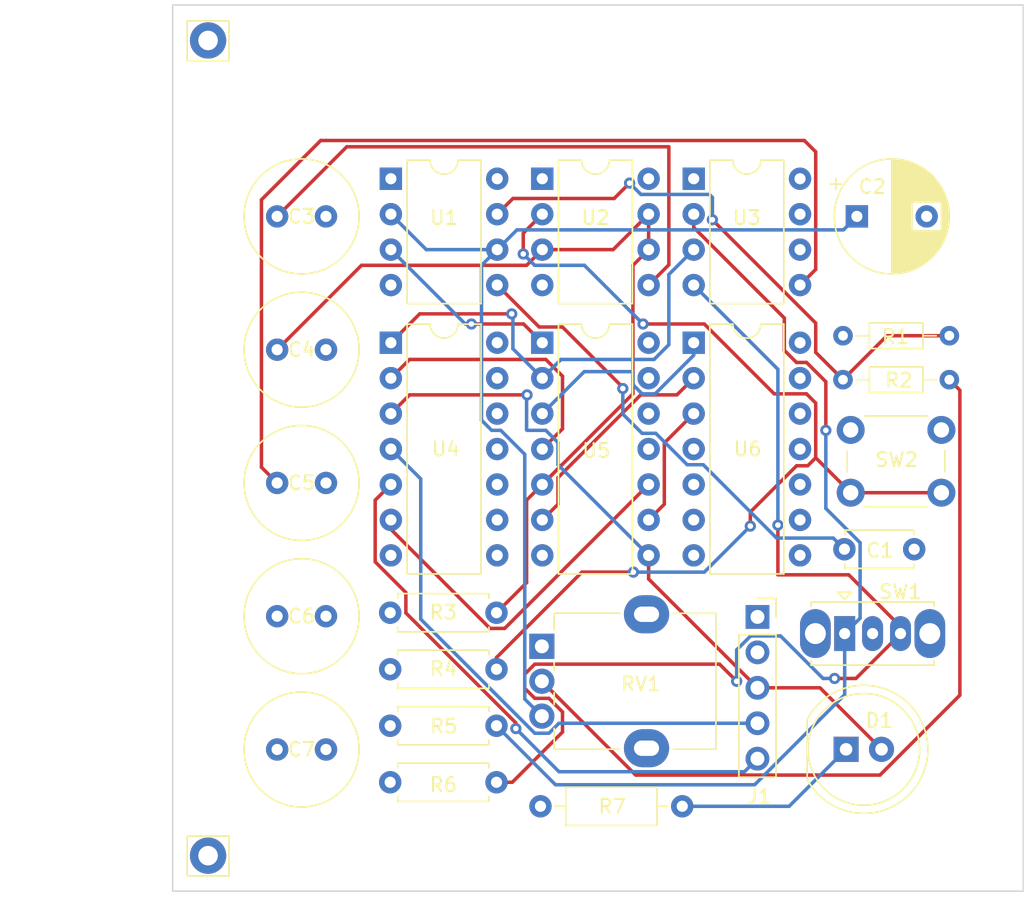
<source format=kicad_pcb>
(kicad_pcb (version 20221018) (generator pcbnew)
  (layers (0 "F.Cu" signal) (1 "In1.Cu" power) (2 "In2.Cu" power) (31 "B.Cu" signal) (34 "B.Paste" user) (35 "F.Paste" user) (36 "B.SilkS" user "B.Silkscreen") (37 "F.SilkS" user "F.Silkscreen") (38 "B.Mask" user) (39 "F.Mask" user) (44 "Edge.Cuts" user))
  (net 0 "")
  (net 1 "Net-(U1-CV)")
  (net 2 "GND")
  (net 3 "Net-(U1-THR)")
  (net 4 "Net-(U2-CV)")
  (net 5 "Net-(U2-DIS)")
  (net 6 "Net-(U3-CV)")
  (net 7 "+5V")
  (net 8 "Net-(D1-K)")
  (net 9 "CLK")
  (net 10 "!CLK")
  (net 11 "HLT")
  (net 12 "Net-(U1-DIS)")
  (net 13 "Net-(R2-Pad2)")
  (net 14 "Net-(U2-TR)")
  (net 15 "Net-(SW1-A)")
  (net 16 "Net-(SW1-C)")
  (net 18 "Net-(U1-Q)")
  (net 19 "Net-(U3-Q)")
  (net 21 "Net-(U4-Pad2)")
  (net 22 "Net-(U4-Pad6)")
  (net 29 "Net-(U5-Pad3)")
  (net 30 "Net-(U5-Pad6)")
  (net 31 "Net-(U5-Pad9)")
  (footprint "Resistor_THT:R_Axial_DIN0204_L3.6mm_D1.6mm_P7.62mm_Horizontal" (layer "F.Cu") (at 152.18 74.5)
    (fp_text reference "R1" (at 3.754719 0.077505) (layer "F.SilkS"))
    (fp_text value "1k")
    (pad "1" thru_hole circle (at 0 0) (size 1.4 1.4) (drill 0.7) (layers "*.Cu" "*.Mask") (net 7 "+5V"))
    (pad "2" thru_hole oval (at 7.62 0) (size 1.4 1.4) (drill 0.7) (layers "*.Cu" "*.Mask") (net 12 "Net-(U1-DIS)"))
  )
  (footprint "Capacitor_THT:C_Radial_D8.0mm_H7.0mm_P3.50mm" (layer "F.Cu") (at 111.63 104.15)
    (fp_text reference "C7" (at 1.75 0) (layer "F.SilkS"))
    (fp_text value "0.1uF" hide)
    (pad "1" thru_hole circle (at 0 0) (size 1.6 1.6) (drill 0.8) (layers "*.Cu" "*.Mask") (net 2 "GND"))
    (pad "2" thru_hole circle (at 3.5 0) (size 1.6 1.6) (drill 0.8) (layers "*.Cu" "*.Mask") (net 7 "+5V"))
  )
  (footprint "Connector_Pin:Pin_D1.4mm_L8.5mm_W2.8mm_FlatFork" (layer "F.Cu") (at 106.68 111.76)
    (fp_text reference "REF***" hide)
    (fp_text value "Pin_D1.4mm_L8.5mm_W2.8mm_FlatFork")
    (pad "1" thru_hole circle (at 0 0) (size 2.6 2.6) (drill 1.4) (layers "*.Cu" "*.Mask"))
  )
  (footprint "Package_DIP:DIP-8_W7.62mm" (layer "F.Cu") (at 141.48 63.25)
    (fp_text reference "U3" (at 3.81 2.79) (layer "F.SilkS"))
    (fp_text value "ICM7555xP")
    (pad "1" thru_hole rect (at 0 0) (size 1.6 1.6) (drill 0.8) (layers "*.Cu" "*.Mask") (net 2 "GND"))
    (pad "2" thru_hole oval (at 0 2.54) (size 1.6 1.6) (drill 0.8) (layers "*.Cu" "*.Mask") (net 15 "Net-(SW1-A)"))
    (pad "3" thru_hole oval (at 0 5.08) (size 1.6 1.6) (drill 0.8) (layers "*.Cu" "*.Mask") (net 19 "Net-(U3-Q)"))
    (pad "4" thru_hole oval (at 0 7.62) (size 1.6 1.6) (drill 0.8) (layers "*.Cu" "*.Mask") (net 16 "Net-(SW1-C)"))
    (pad "5" thru_hole oval (at 7.62 7.62) (size 1.6 1.6) (drill 0.8) (layers "*.Cu" "*.Mask") (net 6 "Net-(U3-CV)"))
    (pad "6" thru_hole oval (at 7.62 5.08) (size 1.6 1.6) (drill 0.8) (layers "*.Cu" "*.Mask") (net 2 "GND"))
    (pad "7" thru_hole oval (at 7.62 2.54) (size 1.6 1.6) (drill 0.8) (layers "*.Cu" "*.Mask"))
    (pad "8" thru_hole oval (at 7.62 0) (size 1.6 1.6) (drill 0.8) (layers "*.Cu" "*.Mask") (net 7 "+5V"))
  )
  (footprint "Capacitor_THT:CP_Radial_D8.0mm_P5.00mm" (layer "F.Cu") (at 153.174698 65.95)
    (fp_text reference "C2" (at 1.096859 -2.130228) (layer "F.SilkS"))
    (fp_text value "1uF")
    (pad "1" thru_hole rect (at 0 0) (size 1.6 1.6) (drill 0.8) (layers "*.Cu" "*.Mask") (net 3 "Net-(U1-THR)"))
    (pad "2" thru_hole circle (at 5 0) (size 1.6 1.6) (drill 0.8) (layers "*.Cu" "*.Mask") (net 2 "GND"))
  )
  (footprint "Resistor_THT:R_Axial_DIN0207_L6.3mm_D2.5mm_P7.62mm_Horizontal" (layer "F.Cu") (at 119.73 102.45)
    (fp_text reference "R5" (at 3.842033 0.03613) (layer "F.SilkS"))
    (fp_text value "1k")
    (pad "1" thru_hole circle (at 0 0) (size 1.6 1.6) (drill 0.8) (layers "*.Cu" "*.Mask") (net 7 "+5V"))
    (pad "2" thru_hole oval (at 7.62 0) (size 1.6 1.6) (drill 0.8) (layers "*.Cu" "*.Mask") (net 15 "Net-(SW1-A)"))
  )
  (footprint "Package_DIP:DIP-14_W7.62mm" (layer "F.Cu") (at 130.63 75)
    (fp_text reference "U5" (at 3.8707 7.734374) (layer "F.SilkS"))
    (fp_text value "74LS08")
    (pad "1" thru_hole rect (at 0 0) (size 1.6 1.6) (drill 0.8) (layers "*.Cu" "*.Mask") (net 18 "Net-(U1-Q)"))
    (pad "2" thru_hole oval (at 0 2.54) (size 1.6 1.6) (drill 0.8) (layers "*.Cu" "*.Mask") (net 19 "Net-(U3-Q)"))
    (pad "3" thru_hole oval (at 0 5.08) (size 1.6 1.6) (drill 0.8) (layers "*.Cu" "*.Mask") (net 29 "Net-(U5-Pad3)"))
    (pad "4" thru_hole oval (at 0 7.62) (size 1.6 1.6) (drill 0.8) (layers "*.Cu" "*.Mask") (net 21 "Net-(U4-Pad2)"))
    (pad "5" thru_hole oval (at 0 10.16) (size 1.6 1.6) (drill 0.8) (layers "*.Cu" "*.Mask") (net 5 "Net-(U2-DIS)"))
    (pad "6" thru_hole oval (at 0 12.7) (size 1.6 1.6) (drill 0.8) (layers "*.Cu" "*.Mask") (net 30 "Net-(U5-Pad6)"))
    (pad "7" thru_hole oval (at 0 15.24) (size 1.6 1.6) (drill 0.8) (layers "*.Cu" "*.Mask") (net 2 "GND"))
    (pad "8" thru_hole oval (at 7.62 15.24) (size 1.6 1.6) (drill 0.8) (layers "*.Cu" "*.Mask") (net 9 "CLK"))
    (pad "9" thru_hole oval (at 7.62 12.7) (size 1.6 1.6) (drill 0.8) (layers "*.Cu" "*.Mask") (net 31 "Net-(U5-Pad9)"))
    (pad "10" thru_hole oval (at 7.62 10.16) (size 1.6 1.6) (drill 0.8) (layers "*.Cu" "*.Mask") (net 22 "Net-(U4-Pad6)"))
    (pad "11" thru_hole oval (at 7.62 7.62) (size 1.6 1.6) (drill 0.8) (layers "*.Cu" "*.Mask"))
    (pad "12" thru_hole oval (at 7.62 5.08) (size 1.6 1.6) (drill 0.8) (layers "*.Cu" "*.Mask"))
    (pad "13" thru_hole oval (at 7.62 2.54) (size 1.6 1.6) (drill 0.8) (layers "*.Cu" "*.Mask"))
    (pad "14" thru_hole oval (at 7.62 0) (size 1.6 1.6) (drill 0.8) (layers "*.Cu" "*.Mask") (net 7 "+5V"))
  )
  (footprint "Package_DIP:DIP-8_W7.62mm" (layer "F.Cu") (at 130.63 63.25)
    (fp_text reference "U2" (at 3.81 2.79) (layer "F.SilkS"))
    (fp_text value "ICM7555xP")
    (pad "1" thru_hole rect (at 0 0) (size 1.6 1.6) (drill 0.8) (layers "*.Cu" "*.Mask") (net 2 "GND"))
    (pad "2" thru_hole oval (at 0 2.54) (size 1.6 1.6) (drill 0.8) (layers "*.Cu" "*.Mask") (net 14 "Net-(U2-TR)"))
    (pad "3" thru_hole oval (at 0 5.08) (size 1.6 1.6) (drill 0.8) (layers "*.Cu" "*.Mask") (net 5 "Net-(U2-DIS)"))
    (pad "4" thru_hole oval (at 0 7.62) (size 1.6 1.6) (drill 0.8) (layers "*.Cu" "*.Mask") (net 7 "+5V"))
    (pad "5" thru_hole oval (at 7.62 7.62) (size 1.6 1.6) (drill 0.8) (layers "*.Cu" "*.Mask") (net 4 "Net-(U2-CV)"))
    (pad "6" thru_hole oval (at 7.62 5.08) (size 1.6 1.6) (drill 0.8) (layers "*.Cu" "*.Mask") (net 5 "Net-(U2-DIS)"))
    (pad "7" thru_hole oval (at 7.62 2.54) (size 1.6 1.6) (drill 0.8) (layers "*.Cu" "*.Mask") (net 5 "Net-(U2-DIS)"))
    (pad "8" thru_hole oval (at 7.62 0) (size 1.6 1.6) (drill 0.8) (layers "*.Cu" "*.Mask") (net 7 "+5V"))
  )
  (footprint "Capacitor_THT:C_Radial_D8.0mm_H7.0mm_P3.50mm" (layer "F.Cu") (at 111.63 94.6)
    (fp_text reference "C6" (at 1.75 0) (layer "F.SilkS"))
    (fp_text value "0.1uF")
    (pad "1" thru_hole circle (at 0 0) (size 1.6 1.6) (drill 0.8) (layers "*.Cu" "*.Mask") (net 7 "+5V"))
    (pad "2" thru_hole circle (at 3.5 0) (size 1.6 1.6) (drill 0.8) (layers "*.Cu" "*.Mask") (net 2 "GND"))
  )
  (footprint "Resistor_THT:R_Axial_DIN0207_L6.3mm_D2.5mm_P7.62mm_Horizontal" (layer "F.Cu") (at 119.73 94.35)
    (fp_text reference "R3" (at 3.799588 -0.027978) (layer "F.SilkS"))
    (fp_text value "1M")
    (pad "1" thru_hole circle (at 0 0) (size 1.6 1.6) (drill 0.8) (layers "*.Cu" "*.Mask") (net 7 "+5V"))
    (pad "2" thru_hole oval (at 7.62 0) (size 1.6 1.6) (drill 0.8) (layers "*.Cu" "*.Mask") (net 5 "Net-(U2-DIS)"))
  )
  (footprint "Package_DIP:DIP-14_W7.62mm" (layer "F.Cu") (at 141.48 75)
    (fp_text reference "U6" (at 3.867445 7.617112) (layer "F.SilkS"))
    (fp_text value "74LS32")
    (pad "1" thru_hole rect (at 0 0) (size 1.6 1.6) (drill 0.8) (layers "*.Cu" "*.Mask") (net 29 "Net-(U5-Pad3)"))
    (pad "2" thru_hole oval (at 0 2.54) (size 1.6 1.6) (drill 0.8) (layers "*.Cu" "*.Mask") (net 30 "Net-(U5-Pad6)"))
    (pad "3" thru_hole oval (at 0 5.08) (size 1.6 1.6) (drill 0.8) (layers "*.Cu" "*.Mask") (net 31 "Net-(U5-Pad9)"))
    (pad "4" thru_hole oval (at 0 7.62) (size 1.6 1.6) (drill 0.8) (layers "*.Cu" "*.Mask"))
    (pad "5" thru_hole oval (at 0 10.16) (size 1.6 1.6) (drill 0.8) (layers "*.Cu" "*.Mask"))
    (pad "6" thru_hole oval (at 0 12.7) (size 1.6 1.6) (drill 0.8) (layers "*.Cu" "*.Mask"))
    (pad "7" thru_hole oval (at 0 15.24) (size 1.6 1.6) (drill 0.8) (layers "*.Cu" "*.Mask") (net 2 "GND"))
    (pad "8" thru_hole oval (at 7.62 15.24) (size 1.6 1.6) (drill 0.8) (layers "*.Cu" "*.Mask"))
    (pad "9" thru_hole oval (at 7.62 12.7) (size 1.6 1.6) (drill 0.8) (layers "*.Cu" "*.Mask"))
    (pad "10" thru_hole oval (at 7.62 10.16) (size 1.6 1.6) (drill 0.8) (layers "*.Cu" "*.Mask"))
    (pad "11" thru_hole oval (at 7.62 7.62) (size 1.6 1.6) (drill 0.8) (layers "*.Cu" "*.Mask"))
    (pad "12" thru_hole oval (at 7.62 5.08) (size 1.6 1.6) (drill 0.8) (layers "*.Cu" "*.Mask"))
    (pad "13" thru_hole oval (at 7.62 2.54) (size 1.6 1.6) (drill 0.8) (layers "*.Cu" "*.Mask"))
    (pad "14" thru_hole oval (at 7.62 0) (size 1.6 1.6) (drill 0.8) (layers "*.Cu" "*.Mask") (net 7 "+5V"))
  )
  (footprint "Capacitor_THT:C_Radial_D8.0mm_H7.0mm_P3.50mm" (layer "F.Cu") (at 111.63 75.5)
    (fp_text reference "C4" (at 1.75 0) (layer "F.SilkS"))
    (fp_text value "0.1uF")
    (pad "1" thru_hole circle (at 0 0) (size 1.6 1.6) (drill 0.8) (layers "*.Cu" "*.Mask") (net 5 "Net-(U2-DIS)"))
    (pad "2" thru_hole circle (at 3.5 0) (size 1.6 1.6) (drill 0.8) (layers "*.Cu" "*.Mask") (net 2 "GND"))
  )
  (footprint "Resistor_THT:R_Axial_DIN0207_L6.3mm_D2.5mm_P7.62mm_Horizontal" (layer "F.Cu") (at 119.73 98.4)
    (fp_text reference "R4" (at 3.829609 -0.025134) (layer "F.SilkS"))
    (fp_text value "1k")
    (pad "1" thru_hole circle (at 0 0) (size 1.6 1.6) (drill 0.8) (layers "*.Cu" "*.Mask") (net 7 "+5V"))
    (pad "2" thru_hole oval (at 7.62 0) (size 1.6 1.6) (drill 0.8) (layers "*.Cu" "*.Mask") (net 14 "Net-(U2-TR)"))
  )
  (footprint "Button_Switch_THT:SW_PUSH_6mm_H7.3mm" (layer "F.Cu") (at 152.73 81.25)
    (fp_text reference "SW2" (at 3.28785 2.139362) (layer "F.SilkS"))
    (fp_text value "SW_DIP_x01")
    (pad "1" thru_hole circle (at 0 0 90) (size 2 2) (drill 1.1) (layers "*.Cu" "*.Mask") (net 2 "GND"))
    (pad "1" thru_hole circle (at 6.5 0 90) (size 2 2) (drill 1.1) (layers "*.Cu" "*.Mask") (net 2 "GND"))
    (pad "2" thru_hole circle (at 0 4.5 90) (size 2 2) (drill 1.1) (layers "*.Cu" "*.Mask") (net 14 "Net-(U2-TR)"))
    (pad "2" thru_hole circle (at 6.5 4.5 90) (size 2 2) (drill 1.1) (layers "*.Cu" "*.Mask") (net 14 "Net-(U2-TR)"))
  )
  (footprint "Potentiometer_THT:Potentiometer_Alpha_RD901F-40-00D_Single_Vertical" (layer "F.Cu") (at 130.6 96.76)
    (fp_text reference "RV1" (at 7.085312 2.697039 180) (layer "F.SilkS"))
    (fp_text value "R_Potentiometer")
    (pad "" thru_hole oval (at 7.5 -2.3 90) (size 2.72 3.24) (drill oval 1.1 1.8) (layers "*.Cu" "*.Mask"))
    (pad "" thru_hole oval (at 7.5 7.3 90) (size 2.72 3.24) (drill oval 1.1 1.8) (layers "*.Cu" "*.Mask"))
    (pad "1" thru_hole rect (at 0 0 90) (size 1.8 1.8) (drill 1) (layers "*.Cu" "*.Mask"))
    (pad "2" thru_hole circle (at 0 2.5 90) (size 1.8 1.8) (drill 1) (layers "*.Cu" "*.Mask") (net 13 "Net-(R2-Pad2)"))
    (pad "3" thru_hole circle (at 0 5 90) (size 1.8 1.8) (drill 1) (layers "*.Cu" "*.Mask") (net 3 "Net-(U1-THR)"))
  )
  (footprint "Connector_Pin:Pin_D1.4mm_L8.5mm_W2.8mm_FlatFork" (layer "F.Cu") (at 106.68 53.34)
    (fp_text reference "REF**" hide)
    (fp_text value "Pin_D1.4mm_L8.5mm_W2.8mm_FlatFork")
    (pad "1" thru_hole circle (at 0 0) (size 2.6 2.6) (drill 1.4) (layers "*.Cu" "*.Mask"))
  )
  (footprint "LED_THT:LED_D8.0mm" (layer "F.Cu") (at 152.4 104.14)
    (fp_text reference "D1" (at 2.373045 -2.070823) (layer "F.SilkS"))
    (fp_text value "BLUE")
    (pad "1" thru_hole rect (at 0 0) (size 1.8 1.8) (drill 0.9) (layers "*.Cu" "*.Mask") (net 8 "Net-(D1-K)"))
    (pad "2" thru_hole circle (at 2.54 0) (size 1.8 1.8) (drill 0.9) (layers "*.Cu" "*.Mask") (net 9 "CLK"))
  )
  (footprint "Capacitor_THT:C_Radial_D8.0mm_H7.0mm_P3.50mm" (layer "F.Cu") (at 111.63 65.95)
    (fp_text reference "C3" (at 1.75 0) (layer "F.SilkS"))
    (fp_text value "0.01uF")
    (pad "1" thru_hole circle (at 0 0) (size 1.6 1.6) (drill 0.8) (layers "*.Cu" "*.Mask") (net 4 "Net-(U2-CV)"))
    (pad "2" thru_hole circle (at 3.5 0) (size 1.6 1.6) (drill 0.8) (layers "*.Cu" "*.Mask") (net 2 "GND"))
  )
  (footprint "Connector_PinSocket_2.54mm:PinSocket_1x05_P2.54mm_Vertical" (layer "F.Cu") (at 146.05 94.65)
    (fp_text reference "J1" (at 0.124759 12.86113) (layer "F.SilkS"))
    (fp_text value "Conn_01x05_Pin")
    (pad "1" thru_hole rect (at 0 0) (size 1.7 1.7) (drill 1) (layers "*.Cu" "*.Mask") (net 7 "+5V"))
    (pad "2" thru_hole oval (at 0 2.54) (size 1.7 1.7) (drill 1) (layers "*.Cu" "*.Mask") (net 2 "GND"))
    (pad "3" thru_hole oval (at 0 5.08) (size 1.7 1.7) (drill 1) (layers "*.Cu" "*.Mask") (net 9 "CLK"))
    (pad "4" thru_hole oval (at 0 7.62) (size 1.7 1.7) (drill 1) (layers "*.Cu" "*.Mask") (net 10 "!CLK"))
    (pad "5" thru_hole oval (at 0 10.16) (size 1.7 1.7) (drill 1) (layers "*.Cu" "*.Mask") (net 11 "HLT"))
  )
  (footprint "Resistor_THT:R_Axial_DIN0207_L6.3mm_D2.5mm_P7.62mm_Horizontal" (layer "F.Cu") (at 119.73 106.5)
    (fp_text reference "R6" (at 3.81 0.18) (layer "F.SilkS"))
    (fp_text value "1k")
    (pad "1" thru_hole circle (at 0 0) (size 1.6 1.6) (drill 0.8) (layers "*.Cu" "*.Mask") (net 7 "+5V"))
    (pad "2" thru_hole oval (at 7.62 0) (size 1.6 1.6) (drill 0.8) (layers "*.Cu" "*.Mask") (net 16 "Net-(SW1-C)"))
  )
  (footprint "Resistor_THT:R_Axial_DIN0207_L6.3mm_D2.5mm_P10.16mm_Horizontal" (layer "F.Cu") (at 130.5 108.22)
    (fp_text reference "R7" (at 5.135696 0.010806) (layer "F.SilkS"))
    (fp_text value "200")
    (pad "1" thru_hole circle (at 0 0) (size 1.6 1.6) (drill 0.8) (layers "*.Cu" "*.Mask") (net 2 "GND"))
    (pad "2" thru_hole oval (at 10.16 0) (size 1.6 1.6) (drill 0.8) (layers "*.Cu" "*.Mask") (net 8 "Net-(D1-K)"))
  )
  (footprint "Button_Switch_THT:SW_Slide_1P2T_CK_OS102011MS2Q" (layer "F.Cu") (at 152.3 95.845)
    (fp_text reference "SW1" (at 3.99 -2.99) (layer "F.SilkS"))
    (fp_text value "SW_SPDT")
    (pad "" thru_hole oval (at -2.1 0) (size 2.2 3.5) (drill 1.5) (layers "*.Cu" "*.Mask"))
    (pad "" thru_hole oval (at 6.1 0) (size 2.2 3.5) (drill 1.5) (layers "*.Cu" "*.Mask"))
    (pad "1" thru_hole rect (at 0 0) (size 1.5 2.5) (drill 0.8) (layers "*.Cu" "*.Mask") (net 15 "Net-(SW1-A)"))
    (pad "2" thru_hole oval (at 2 0) (size 1.5 2.5) (drill 0.8) (layers "*.Cu" "*.Mask") (net 2 "GND"))
    (pad "3" thru_hole oval (at 4 0) (size 1.5 2.5) (drill 0.8) (layers "*.Cu" "*.Mask") (net 16 "Net-(SW1-C)"))
  )
  (footprint "Package_DIP:DIP-8_W7.62mm" (layer "F.Cu") (at 119.78 63.25)
    (fp_text reference "U1" (at 3.81 2.79) (layer "F.SilkS"))
    (fp_text value "ICM7555xP")
    (pad "1" thru_hole rect (at 0 0) (size 1.6 1.6) (drill 0.8) (layers "*.Cu" "*.Mask") (net 2 "GND"))
    (pad "2" thru_hole oval (at 0 2.54) (size 1.6 1.6) (drill 0.8) (layers "*.Cu" "*.Mask") (net 3 "Net-(U1-THR)"))
    (pad "3" thru_hole oval (at 0 5.08) (size 1.6 1.6) (drill 0.8) (layers "*.Cu" "*.Mask") (net 18 "Net-(U1-Q)"))
    (pad "4" thru_hole oval (at 0 7.62) (size 1.6 1.6) (drill 0.8) (layers "*.Cu" "*.Mask") (net 7 "+5V"))
    (pad "5" thru_hole oval (at 7.62 7.62) (size 1.6 1.6) (drill 0.8) (layers "*.Cu" "*.Mask") (net 1 "Net-(U1-CV)"))
    (pad "6" thru_hole oval (at 7.62 5.08) (size 1.6 1.6) (drill 0.8) (layers "*.Cu" "*.Mask") (net 3 "Net-(U1-THR)"))
    (pad "7" thru_hole oval (at 7.62 2.54) (size 1.6 1.6) (drill 0.8) (layers "*.Cu" "*.Mask") (net 12 "Net-(U1-DIS)"))
    (pad "8" thru_hole oval (at 7.62 0) (size 1.6 1.6) (drill 0.8) (layers "*.Cu" "*.Mask") (net 7 "+5V"))
  )
  (footprint "Resistor_THT:R_Axial_DIN0204_L3.6mm_D1.6mm_P7.62mm_Horizontal" (layer "F.Cu") (at 152.18 77.65)
    (fp_text reference "R2" (at 4.004111 0.044907) (layer "F.SilkS"))
    (fp_text value "1k")
    (pad "1" thru_hole circle (at 0 0) (size 1.4 1.4) (drill 0.7) (layers "*.Cu" "*.Mask") (net 12 "Net-(U1-DIS)"))
    (pad "2" thru_hole oval (at 7.62 0) (size 1.4 1.4) (drill 0.7) (layers "*.Cu" "*.Mask") (net 13 "Net-(R2-Pad2)"))
  )
  (footprint "Package_DIP:DIP-14_W7.62mm" (layer "F.Cu") (at 119.78 75)
    (fp_text reference "U4" (at 3.932587 7.617112) (layer "F.SilkS"))
    (fp_text value "74LS04")
    (pad "1" thru_hole rect (at 0 0) (size 1.6 1.6) (drill 0.8) (layers "*.Cu" "*.Mask") (net 19 "Net-(U3-Q)"))
    (pad "2" thru_hole oval (at 0 2.54) (size 1.6 1.6) (drill 0.8) (layers "*.Cu" "*.Mask") (net 21 "Net-(U4-Pad2)"))
    (pad "3" thru_hole oval (at 0 5.08) (size 1.6 1.6) (drill 0.8) (layers "*.Cu" "*.Mask") (net 9 "CLK"))
    (pad "4" thru_hole oval (at 0 7.62) (size 1.6 1.6) (drill 0.8) (layers "*.Cu" "*.Mask") (net 10 "!CLK"))
    (pad "5" thru_hole oval (at 0 10.16) (size 1.6 1.6) (drill 0.8) (layers "*.Cu" "*.Mask") (net 11 "HLT"))
    (pad "6" thru_hole oval (at 0 12.7) (size 1.6 1.6) (drill 0.8) (layers "*.Cu" "*.Mask") (net 22 "Net-(U4-Pad6)"))
    (pad "7" thru_hole oval (at 0 15.24) (size 1.6 1.6) (drill 0.8) (layers "*.Cu" "*.Mask") (net 2 "GND"))
    (pad "8" thru_hole oval (at 7.62 15.24) (size 1.6 1.6) (drill 0.8) (layers "*.Cu" "*.Mask"))
    (pad "9" thru_hole oval (at 7.62 12.7) (size 1.6 1.6) (drill 0.8) (layers "*.Cu" "*.Mask"))
    (pad "10" thru_hole oval (at 7.62 10.16) (size 1.6 1.6) (drill 0.8) (layers "*.Cu" "*.Mask"))
    (pad "11" thru_hole oval (at 7.62 7.62) (size 1.6 1.6) (drill 0.8) (layers "*.Cu" "*.Mask"))
    (pad "12" thru_hole oval (at 7.62 5.08) (size 1.6 1.6) (drill 0.8) (layers "*.Cu" "*.Mask"))
    (pad "13" thru_hole oval (at 7.62 2.54) (size 1.6 1.6) (drill 0.8) (layers "*.Cu" "*.Mask"))
    (pad "14" thru_hole oval (at 7.62 0) (size 1.6 1.6) (drill 0.8) (layers "*.Cu" "*.Mask") (net 7 "+5V"))
  )
  (footprint "Capacitor_THT:C_Radial_D8.0mm_H7.0mm_P3.50mm" (layer "F.Cu") (at 111.63 85.05)
    (fp_text reference "C5" (at 1.75 0) (layer "F.SilkS"))
    (fp_text value "0.1uF")
    (pad "1" thru_hole circle (at 0 0) (size 1.6 1.6) (drill 0.8) (layers "*.Cu" "*.Mask") (net 6 "Net-(U3-CV)"))
    (pad "2" thru_hole circle (at 3.5 0) (size 1.6 1.6) (drill 0.8) (layers "*.Cu" "*.Mask") (net 2 "GND"))
  )
  (footprint "Capacitor_THT:C_Disc_D4.7mm_W2.5mm_P5.00mm" (layer "F.Cu") (at 152.28 89.8)
    (fp_text reference "C1" (at 2.547465 0.079202) (layer "F.SilkS"))
    (fp_text value "0.01uF")
    (pad "1" thru_hole circle (at 0 0) (size 1.6 1.6) (drill 0.8) (layers "*.Cu" "*.Mask") (net 1 "Net-(U1-CV)"))
    (pad "2" thru_hole circle (at 5 0) (size 1.6 1.6) (drill 0.8) (layers "*.Cu" "*.Mask") (net 2 "GND"))
  )
  (gr_rect (start 104.14 50.8) (end 165.1 114.3) (stroke (width 0.1)) (fill none) (layer "Edge.Cuts"))
  (segment (start 136.4005 78.204104) (end 136.4005 78.284502) (width 0.25) (layer "F.Cu") (net 1))
  (segment (start 132.071396 73.875) (end 136.4005 78.204104) (width 0.25) (layer "F.Cu") (net 1))
  (segment (start 130.405 73.875) (end 132.071396 73.875) (width 0.25) (layer "F.Cu") (net 1))
  (segment (start 127.4 70.87) (end 130.405 73.875) (width 0.25) (layer "F.Cu") (net 1))
  (via (at 136.4005 78.284502) (size 0.8) (drill 0.4) (layers "F.Cu" "B.Cu") (net 1))
  (segment (start 141.014009 83.745) (end 142.165 83.745) (width 0.25) (layer "B.Cu") (net 1))
  (segment (start 136.4005 80.111491) (end 137.784009 81.495) (width 0.25) (layer "B.Cu") (net 1))
  (segment (start 136.4005 78.284502) (end 136.4005 80.111491) (width 0.25) (layer "B.Cu") (net 1))
  (segment (start 142.165 83.745) (end 147.420001 89.000001) (width 0.25) (layer "B.Cu") (net 1))
  (segment (start 137.784009 81.495) (end 138.764009 81.495) (width 0.25) (layer "B.Cu") (net 1))
  (segment (start 138.764009 81.495) (end 141.014009 83.745) (width 0.25) (layer "B.Cu") (net 1))
  (segment (start 147.420001 89.000001) (end 151.480001 89.000001) (width 0.25) (layer "B.Cu") (net 1))
  (segment (start 151.480001 89.000001) (end 152.28 89.8) (width 0.25) (layer "B.Cu") (net 1))
  (segment (start 130.6 101.76) (end 129.375 100.535) (width 0.25) (layer "B.Cu") (net 3))
  (segment (start 127.650991 81.28) (end 127 81.28) (width 0.25) (layer "B.Cu") (net 3))
  (segment (start 126.275 80.555) (end 126.275 69.455) (width 0.25) (layer "B.Cu") (net 3))
  (segment (start 127.4 68.33) (end 122.32 68.33) (width 0.25) (layer "B.Cu") (net 3))
  (segment (start 128.815 66.915) (end 127.4 68.33) (width 0.25) (layer "B.Cu") (net 3))
  (segment (start 127 81.28) (end 126.275 80.555) (width 0.25) (layer "B.Cu") (net 3))
  (segment (start 129.375 83.004009) (end 127.650991 81.28) (width 0.25) (layer "B.Cu") (net 3))
  (segment (start 153.174698 65.95) (end 152.209698 66.915) (width 0.25) (layer "B.Cu") (net 3))
  (segment (start 122.32 68.33) (end 119.78 65.79) (width 0.25) (layer "B.Cu") (net 3))
  (segment (start 152.209698 66.915) (end 128.815 66.915) (width 0.25) (layer "B.Cu") (net 3))
  (segment (start 126.275 69.455) (end 127.4 68.33) (width 0.25) (layer "B.Cu") (net 3))
  (segment (start 129.375 100.535) (end 129.375 83.004009) (width 0.25) (layer "B.Cu") (net 3))
  (segment (start 139.7 60.96) (end 139.7 69.42) (width 0.25) (layer "F.Cu") (net 4))
  (segment (start 139.7 69.42) (end 138.25 70.87) (width 0.25) (layer "F.Cu") (net 4))
  (segment (start 116.62 60.96) (end 139.7 60.96) (width 0.25) (layer "F.Cu") (net 4))
  (segment (start 111.63 65.95) (end 116.62 60.96) (width 0.25) (layer "F.Cu") (net 4))
  (segment (start 129.505 86.285) (end 129.505 92.195) (width 0.25) (layer "F.Cu") (net 5))
  (segment (start 129.505 69.455) (end 130.63 68.33) (width 0.25) (layer "F.Cu") (net 5))
  (segment (start 130.63 68.33) (end 135.71 68.33) (width 0.25) (layer "F.Cu") (net 5))
  (segment (start 137.125 69.455) (end 137.125 78.665) (width 0.25) (layer "F.Cu") (net 5))
  (segment (start 138.25 68.33) (end 138.25 65.79) (width 0.25) (layer "F.Cu") (net 5))
  (segment (start 132.025 83.765) (end 130.63 85.16) (width 0.25) (layer "F.Cu") (net 5))
  (segment (start 132.025 83.765) (end 129.505 86.285) (width 0.25) (layer "F.Cu") (net 5))
  (segment (start 138.25 68.33) (end 137.125 69.455) (width 0.25) (layer "F.Cu") (net 5))
  (segment (start 111.63 75.5) (end 117.675 69.455) (width 0.25) (layer "F.Cu") (net 5))
  (segment (start 135.71 68.33) (end 138.25 65.79) (width 0.25) (layer "F.Cu") (net 5))
  (segment (start 137.125 78.665) (end 132.025 83.765) (width 0.25) (layer "F.Cu") (net 5))
  (segment (start 129.505 92.195) (end 127.35 94.35) (width 0.25) (layer "F.Cu") (net 5))
  (segment (start 117.675 69.455) (end 129.505 69.455) (width 0.25) (layer "F.Cu") (net 5))
  (segment (start 111.63 85.05) (end 110.505 83.925) (width 0.25) (layer "F.Cu") (net 6))
  (segment (start 150.225 61.325) (end 150.225 69.745) (width 0.25) (layer "F.Cu") (net 6))
  (segment (start 110.505 83.925) (end 110.505 64.755) (width 0.25) (layer "F.Cu") (net 6))
  (segment (start 149.41 60.51) (end 150.225 61.325) (width 0.25) (layer "F.Cu") (net 6))
  (segment (start 110.505 64.755) (end 114.75 60.51) (width 0.25) (layer "F.Cu") (net 6))
  (segment (start 150.225 69.745) (end 149.1 70.87) (width 0.25) (layer "F.Cu") (net 6))
  (segment (start 114.75 60.51) (end 149.41 60.51) (width 0.25) (layer "F.Cu") (net 6))
  (segment (start 148.32 108.22) (end 140.66 108.22) (width 0.25) (layer "B.Cu") (net 8))
  (segment (start 152.4 104.14) (end 148.32 108.22) (width 0.25) (layer "B.Cu") (net 8))
  (segment (start 154.94 104.14) (end 150.53 99.73) (width 0.25) (layer "F.Cu") (net 9))
  (segment (start 138.25 91.93) (end 138.25 90.24) (width 0.25) (layer "F.Cu") (net 9))
  (segment (start 129.54 78.74) (end 121.12 78.74) (width 0.25) (layer "F.Cu") (net 9))
  (segment (start 146.05 99.73) (end 138.25 91.93) (width 0.25) (layer "F.Cu") (net 9))
  (segment (start 150.53 99.73) (end 146.05 99.73) (width 0.25) (layer "F.Cu") (net 9))
  (segment (start 121.12 78.74) (end 119.78 80.08) (width 0.25) (layer "F.Cu") (net 9))
  (via (at 129.54 78.74) (size 0.8) (drill 0.4) (layers "F.Cu" "B.Cu") (net 9))
  (segment (start 129.505 78.775) (end 129.54 78.74) (width 0.25) (layer "B.Cu") (net 9))
  (segment (start 131.755 82.154009) (end 130.880991 81.28) (width 0.25) (layer "B.Cu") (net 9))
  (segment (start 129.505 81.245) (end 129.505 78.775) (width 0.25) (layer "B.Cu") (net 9))
  (segment (start 131.755 83.745) (end 131.755 82.154009) (width 0.25) (layer "B.Cu") (net 9))
  (segment (start 130.880991 81.28) (end 129.54 81.28) (width 0.25) (layer "B.Cu") (net 9))
  (segment (start 129.54 81.28) (end 129.505 81.245) (width 0.25) (layer "B.Cu") (net 9))
  (segment (start 138.25 90.24) (end 131.755 83.745) (width 0.25) (layer "B.Cu") (net 9))
  (segment (start 121.92 84.76) (end 119.78 82.62) (width 0.25) (layer "B.Cu") (net 10))
  (segment (start 131.822412 102.27) (end 131.107412 102.985) (width 0.25) (layer "B.Cu") (net 10))
  (segment (start 131.107412 102.985) (end 130.092588 102.985) (width 0.25) (layer "B.Cu") (net 10))
  (segment (start 146.05 102.27) (end 131.822412 102.27) (width 0.25) (layer "B.Cu") (net 10))
  (segment (start 121.92 94.812412) (end 121.92 84.76) (width 0.25) (layer "B.Cu") (net 10))
  (segment (start 130.092588 102.985) (end 121.92 94.812412) (width 0.25) (layer "B.Cu") (net 10))
  (segment (start 118.655 90.705991) (end 118.655 86.285) (width 0.25) (layer "F.Cu") (net 11))
  (segment (start 128.734864 102.651875) (end 128.734864 102.243873) (width 0.25) (layer "F.Cu") (net 11))
  (segment (start 120.855 94.364009) (end 120.855 92.905991) (width 0.25) (layer "F.Cu") (net 11))
  (segment (start 128.734864 102.243873) (end 120.855 94.364009) (width 0.25) (layer "F.Cu") (net 11))
  (segment (start 118.655 86.285) (end 119.78 85.16) (width 0.25) (layer "F.Cu") (net 11))
  (segment (start 120.855 92.905991) (end 118.655 90.705991) (width 0.25) (layer "F.Cu") (net 11))
  (via (at 128.734864 102.651875) (size 0.8) (drill 0.4) (layers "F.Cu" "B.Cu") (net 11))
  (segment (start 146.05 104.81) (end 145.115 105.745) (width 0.25) (layer "B.Cu") (net 11))
  (segment (start 145.115 105.745) (end 131.827989 105.745) (width 0.25) (layer "B.Cu") (net 11))
  (segment (start 131.827989 105.745) (end 128.734864 102.651875) (width 0.25) (layer "B.Cu") (net 11))
  (segment (start 155.33 74.5) (end 159.8 74.5) (width 0.25) (layer "F.Cu") (net 12))
  (segment (start 128.525 64.665) (end 135.78378 64.665) (width 0.25) (layer "F.Cu") (net 12))
  (segment (start 142.820972 66.1905) (end 150.225 73.594528) (width 0.25) (layer "F.Cu") (net 12))
  (segment (start 127.4 65.79) (end 128.525 64.665) (width 0.25) (layer "F.Cu") (net 12))
  (segment (start 150.225 75.695) (end 152.18 77.65) (width 0.25) (layer "F.Cu") (net 12))
  (segment (start 150.225 73.594528) (end 150.225 75.695) (width 0.25) (layer "F.Cu") (net 12))
  (segment (start 135.78378 64.665) (end 136.885917 63.562863) (width 0.25) (layer "F.Cu") (net 12))
  (segment (start 152.18 77.65) (end 155.33 74.5) (width 0.25) (layer "F.Cu") (net 12))
  (via (at 136.885917 63.562863) (size 0.8) (drill 0.4) (layers "F.Cu" "B.Cu") (net 12))
  (via (at 142.820972 66.1905) (size 0.8) (drill 0.4) (layers "F.Cu" "B.Cu") (net 12))
  (segment (start 137.698054 64.375) (end 142.605 64.375) (width 0.25) (layer "B.Cu") (net 12))
  (segment (start 142.605 64.375) (end 142.820972 64.590972) (width 0.25) (layer "B.Cu") (net 12))
  (segment (start 136.885917 63.562863) (end 137.698054 64.375) (width 0.25) (layer "B.Cu") (net 12))
  (segment (start 142.820972 64.590972) (end 142.820972 66.1905) (width 0.25) (layer "B.Cu") (net 12))
  (segment (start 160.555 78.405) (end 160.555 100.257412) (width 0.25) (layer "F.Cu") (net 13))
  (segment (start 137.325 105.985) (end 130.6 99.26) (width 0.25) (layer "F.Cu") (net 13))
  (segment (start 160.555 100.257412) (end 154.827412 105.985) (width 0.25) (layer "F.Cu") (net 13))
  (segment (start 154.827412 105.985) (end 137.325 105.985) (width 0.25) (layer "F.Cu") (net 13))
  (segment (start 159.8 77.65) (end 160.555 78.405) (width 0.25) (layer "F.Cu") (net 13))
  (segment (start 145.5377 87.131309) (end 148.849009 83.82) (width 0.25) (layer "F.Cu") (net 14))
  (segment (start 133.47 91.44) (end 137.16 91.44) (width 0.25) (layer "F.Cu") (net 14))
  (segment (start 149.65 83.82) (end 150.225 83.245) (width 0.25) (layer "F.Cu") (net 14))
  (segment (start 159.23 85.75) (end 152.73 85.75) (width 0.25) (layer "F.Cu") (net 14))
  (segment (start 129.265917 68.642863) (end 129.265917 67.154083) (width 0.25) (layer "F.Cu") (net 14))
  (segment (start 152.73 85.75) (end 150.225 83.245) (width 0.25) (layer "F.Cu") (net 14))
  (segment (start 147.245 78.665) (end 142.239028 73.659028) (width 0.25) (layer "F.Cu") (net 14))
  (segment (start 127.35 97.56) (end 133.47 91.44) (width 0.25) (layer "F.Cu") (net 14))
  (segment (start 145.5377 88.1423) (end 145.5377 87.131309) (width 0.25) (layer "F.Cu") (net 14))
  (segment (start 148.849009 83.82) (end 149.65 83.82) (width 0.25) (layer "F.Cu") (net 14))
  (segment (start 142.239028 73.659028) (end 137.8495 73.659028) (width 0.25) (layer "F.Cu") (net 14))
  (segment (start 149.565991 78.665) (end 147.245 78.665) (width 0.25) (layer "F.Cu") (net 14))
  (segment (start 129.265917 67.154083) (end 130.63 65.79) (width 0.25) (layer "F.Cu") (net 14))
  (segment (start 150.225 83.245) (end 150.225 79.324009) (width 0.25) (layer "F.Cu") (net 14))
  (segment (start 127.35 98.4) (end 127.35 97.56) (width 0.25) (layer "F.Cu") (net 14))
  (segment (start 150.225 79.324009) (end 149.565991 78.665) (width 0.25) (layer "F.Cu") (net 14))
  (via (at 129.265917 68.642863) (size 0.8) (drill 0.4) (layers "F.Cu" "B.Cu") (net 14))
  (via (at 137.8495 73.659028) (size 0.8) (drill 0.4) (layers "F.Cu" "B.Cu") (net 14))
  (via (at 137.16 91.44) (size 0.8) (drill 0.4) (layers "F.Cu" "B.Cu") (net 14))
  (via (at 145.5377 88.1423) (size 0.8) (drill 0.4) (layers "F.Cu" "B.Cu") (net 14))
  (segment (start 142.24 91.44) (end 145.5377 88.1423) (width 0.25) (layer "B.Cu") (net 14))
  (segment (start 137.16 91.44) (end 142.24 91.44) (width 0.25) (layer "B.Cu") (net 14))
  (segment (start 130.078054 69.455) (end 129.265917 68.642863) (width 0.25) (layer "B.Cu") (net 14))
  (segment (start 137.8495 73.659028) (end 133.645472 69.455) (width 0.25) (layer "B.Cu") (net 14))
  (segment (start 133.645472 69.455) (end 130.078054 69.455) (width 0.25) (layer "B.Cu") (net 14))
  (segment (start 141.48 66.739009) (end 147.975 73.234009) (width 0.25) (layer "F.Cu") (net 15))
  (segment (start 147.975 73.234009) (end 147.975 75.545) (width 0.25) (layer "F.Cu") (net 15))
  (segment (start 147.975 75.545) (end 148.845 76.415) (width 0.25) (layer "F.Cu") (net 15))
  (segment (start 141.48 65.79) (end 141.48 66.739009) (width 0.25) (layer "F.Cu") (net 15))
  (segment (start 150.9495 77.798509) (end 150.9495 81.28) (width 0.25) (layer "F.Cu") (net 15))
  (segment (start 149.565991 76.415) (end 150.9495 77.798509) (width 0.25) (layer "F.Cu") (net 15))
  (segment (start 148.845 76.415) (end 149.565991 76.415) (width 0.25) (layer "F.Cu") (net 15))
  (via (at 150.9495 81.28) (size 0.8) (drill 0.4) (layers "F.Cu" "B.Cu") (net 15))
  (segment (start 150.9495 81.28) (end 150.9495 86.878509) (width 0.25) (layer "B.Cu") (net 15))
  (segment (start 152.3 100.221701) (end 145.841701 106.68) (width 0.25) (layer "B.Cu") (net 15))
  (segment (start 145.841701 106.68) (end 131.58 106.68) (width 0.25) (layer "B.Cu") (net 15))
  (segment (start 131.58 106.68) (end 127.35 102.45) (width 0.25) (layer "B.Cu") (net 15))
  (segment (start 153.405 89.334009) (end 153.405 94.74) (width 0.25) (layer "B.Cu") (net 15))
  (segment (start 152.3 95.845) (end 152.3 100.221701) (width 0.25) (layer "B.Cu") (net 15))
  (segment (start 153.405 94.74) (end 152.3 95.845) (width 0.25) (layer "B.Cu") (net 15))
  (segment (start 150.9495 86.878509) (end 153.405 89.334009) (width 0.25) (layer "B.Cu") (net 15))
  (segment (start 132.08 102.90137) (end 132.08 101.457588) (width 0.25) (layer "F.Cu") (net 16))
  (segment (start 152.594102 91.634102) (end 156.3 95.34) (width 0.25) (layer "F.Cu") (net 16))
  (segment (start 147.514102 91.634102) (end 152.594102 91.634102) (width 0.25) (layer "F.Cu") (net 16))
  (segment (start 156.3 95.86528) (end 156.3 95.845) (width 0.25) (layer "F.Cu") (net 16))
  (segment (start 132.08 101.457588) (end 131.107412 100.485) (width 0.25) (layer "F.Cu") (net 16))
  (segment (start 129.375 98.752588) (end 130.092588 98.035) (width 0.25) (layer "F.Cu") (net 16))
  (segment (start 143.330401 98.035) (end 144.558509 99.263108) (width 0.25) (layer "F.Cu") (net 16))
  (segment (start 129.375 99.767412) (end 129.375 98.752588) (width 0.25) (layer "F.Cu") (net 16))
  (segment (start 128.48137 106.5) (end 132.08 102.90137) (width 0.25) (layer "F.Cu") (net 16))
  (segment (start 147.514102 88.069502) (end 147.514102 91.634102) (width 0.25) (layer "F.Cu") (net 16))
  (segment (start 130.092588 98.035) (end 143.330401 98.035) (width 0.25) (layer "F.Cu") (net 16))
  (segment (start 130.092588 100.485) (end 129.375 99.767412) (width 0.25) (layer "F.Cu") (net 16))
  (segment (start 151.5755 99.06) (end 153.10528 99.06) (width 0.25) (layer "F.Cu") (net 16))
  (segment (start 127.35 106.5) (end 128.48137 106.5) (width 0.25) (layer "F.Cu") (net 16))
  (segment (start 153.10528 99.06) (end 156.3 95.86528) (width 0.25) (layer "F.Cu") (net 16))
  (segment (start 156.3 95.34) (end 156.3 95.845) (width 0.25) (layer "F.Cu") (net 16))
  (segment (start 131.107412 100.485) (end 130.092588 100.485) (width 0.25) (layer "F.Cu") (net 16))
  (via (at 147.514102 88.069502) (size 0.8) (drill 0.4) (layers "F.Cu" "B.Cu") (net 16))
  (via (at 144.558509 99.263108) (size 0.8) (drill 0.4) (layers "F.Cu" "B.Cu") (net 16))
  (via (at 151.5755 99.06) (size 0.8) (drill 0.4) (layers "F.Cu" "B.Cu") (net 16))
  (segment (start 147.514102 76.904102) (end 147.514102 88.069502) (width 0.25) (layer "B.Cu") (net 16))
  (segment (start 145.563299 96.015) (end 147.704746 96.015) (width 0.25) (layer "B.Cu") (net 16))
  (segment (start 144.558509 99.263108) (end 144.558509 97.01979) (width 0.25) (layer "B.Cu") (net 16))
  (segment (start 147.704746 96.015) (end 150.749746 99.06) (width 0.25) (layer "B.Cu") (net 16))
  (segment (start 150.749746 99.06) (end 151.5755 99.06) (width 0.25) (layer "B.Cu") (net 16))
  (segment (start 144.558509 97.01979) (end 145.563299 96.015) (width 0.25) (layer "B.Cu") (net 16))
  (segment (start 141.48 70.87) (end 147.514102 76.904102) (width 0.25) (layer "B.Cu") (net 16))
  (segment (start 129.28897 73.65897) (end 130.63 75) (width 0.25) (layer "F.Cu") (net 18))
  (segment (start 125.5505 73.65897) (end 129.28897 73.65897) (width 0.25) (layer "F.Cu") (net 18))
  (via (at 125.5505 73.65897) (size 0.8) (drill 0.4) (layers "F.Cu" "B.Cu") (net 18))
  (segment (start 125.10897 73.65897) (end 125.5505 73.65897) (width 0.25) (layer "B.Cu") (net 18))
  (segment (start 119.78 68.33) (end 125.10897 73.65897) (width 0.25) (layer "B.Cu") (net 18))
  (segment (start 128.439372 72.93397) (end 128.439872 72.93447) (width 0.25) (layer "F.Cu") (net 19))
  (segment (start 121.84603 72.93397) (end 128.439372 72.93397) (width 0.25) (layer "F.Cu") (net 19))
  (segment (start 119.78 75) (end 121.84603 72.93397) (width 0.25) (layer "F.Cu") (net 19))
  (via (at 128.439872 72.93447) (size 0.8) (drill 0.4) (layers "F.Cu" "B.Cu") (net 19))
  (segment (start 128.525 73.019598) (end 128.525 75.435) (width 0.25) (layer "B.Cu") (net 19))
  (segment (start 128.525 75.435) (end 130.63 77.54) (width 0.25) (layer "B.Cu") (net 19))
  (segment (start 139.7 75.140991) (end 138.640991 76.2) (width 0.25) (layer "B.Cu") (net 19))
  (segment (start 141.48 68.33) (end 139.7 70.11) (width 0.25) (layer "B.Cu") (net 19))
  (segment (start 139.7 70.11) (end 139.7 75.140991) (width 0.25) (layer "B.Cu") (net 19))
  (segment (start 138.640991 76.2) (end 131.97 76.2) (width 0.25) (layer "B.Cu") (net 19))
  (segment (start 131.97 76.2) (end 130.63 77.54) (width 0.25) (layer "B.Cu") (net 19))
  (segment (start 128.439872 72.93447) (end 128.525 73.019598) (width 0.25) (layer "B.Cu") (net 19))
  (segment (start 121.12 76.2) (end 130.880991 76.2) (width 0.25) (layer "F.Cu") (net 21))
  (segment (start 132.08 81.17) (end 130.63 82.62) (width 0.25) (layer "F.Cu") (net 21))
  (segment (start 132.08 77.399009) (end 132.08 81.17) (width 0.25) (layer "F.Cu") (net 21))
  (segment (start 119.78 77.54) (end 121.12 76.2) (width 0.25) (layer "F.Cu") (net 21))
  (segment (start 130.880991 76.2) (end 132.08 77.399009) (width 0.25) (layer "F.Cu") (net 21))
  (segment (start 126.884009 95.475) (end 127.935 95.475) (width 0.25) (layer "F.Cu") (net 22))
  (segment (start 127.935 95.475) (end 138.25 85.16) (width 0.25) (layer "F.Cu") (net 22))
  (segment (start 119.78 88.370991) (end 126.884009 95.475) (width 0.25) (layer "F.Cu") (net 22))
  (segment (start 119.78 87.7) (end 119.78 88.370991) (width 0.25) (layer "F.Cu") (net 22))
  (segment (start 141.48 75.900991) (end 141.48 75) (width 0.25) (layer "B.Cu") (net 29))
  (segment (start 130.63 80.08) (end 133.635991 77.074009) (width 0.25) (layer "B.Cu") (net 29))
  (segment (start 137.125 78.005991) (end 137.784009 78.665) (width 0.25) (layer "B.Cu") (net 29))
  (segment (start 133.635991 77.074009) (end 137.125 77.074009) (width 0.25) (layer "B.Cu") (net 29))
  (segment (start 138.715991 78.665) (end 141.48 75.900991) (width 0.25) (layer "B.Cu") (net 29))
  (segment (start 137.125 77.074009) (end 137.125 78.005991) (width 0.25) (layer "B.Cu") (net 29))
  (segment (start 137.784009 78.665) (end 138.715991 78.665) (width 0.25) (layer "B.Cu") (net 29))
  (segment (start 131.755 84.671396) (end 137.686396 78.74) (width 0.25) (layer "F.Cu") (net 30))
  (segment (start 131.755 86.575) (end 131.755 84.671396) (width 0.25) (layer "F.Cu") (net 30))
  (segment (start 130.63 87.7) (end 131.755 86.575) (width 0.25) (layer "F.Cu") (net 30))
  (segment (start 137.686396 78.74) (end 140.28 78.74) (width 0.25) (layer "F.Cu") (net 30))
  (segment (start 140.28 78.74) (end 141.48 77.54) (width 0.25) (layer "F.Cu") (net 30))
  (segment (start 139.375 86.575) (end 138.25 87.7) (width 0.25) (layer "F.Cu") (net 31))
  (segment (start 141.48 80.08) (end 139.375 82.185) (width 0.25) (layer "F.Cu") (net 31))
  (segment (start 139.375 82.185) (end 139.375 86.575) (width 0.25) (layer "F.Cu") (net 31))
)
</source>
